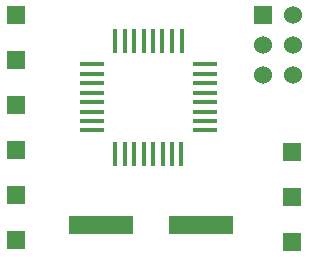
<source format=gts>
G04 (created by PCBNEW (2013-may-18)-stable) date Sun 03 May 2015 02:23:39 PM EDT*
%MOIN*%
G04 Gerber Fmt 3.4, Leading zero omitted, Abs format*
%FSLAX34Y34*%
G01*
G70*
G90*
G04 APERTURE LIST*
%ADD10C,0.00590551*%
%ADD11R,0.06X0.06*%
%ADD12C,0.06*%
%ADD13R,0.216535X0.0590551*%
%ADD14R,0.0177X0.0787*%
%ADD15R,0.0787X0.0177*%
G04 APERTURE END LIST*
G54D10*
G54D11*
X15248Y-6775D03*
G54D12*
X16248Y-6775D03*
X15248Y-7775D03*
X16248Y-7775D03*
X15248Y-8775D03*
X16248Y-8775D03*
G54D11*
X16220Y-14342D03*
X7035Y-6783D03*
X7035Y-8283D03*
X7035Y-9783D03*
X7035Y-11283D03*
X7035Y-12783D03*
X7035Y-14283D03*
X16220Y-11342D03*
X16220Y-12842D03*
G54D13*
X13188Y-13779D03*
X9842Y-13779D03*
G54D14*
X12539Y-11413D03*
X12224Y-11413D03*
X11909Y-11413D03*
X11594Y-11413D03*
X11279Y-11413D03*
X10964Y-11413D03*
X10649Y-11413D03*
X10334Y-11413D03*
X10336Y-7647D03*
X12546Y-7647D03*
X12226Y-7647D03*
X11906Y-7647D03*
X11596Y-7647D03*
X11276Y-7647D03*
X10966Y-7647D03*
X10646Y-7647D03*
G54D15*
X9546Y-10629D03*
X9546Y-10315D03*
X9546Y-9999D03*
X9546Y-9685D03*
X9546Y-9369D03*
X9546Y-9055D03*
X9546Y-8739D03*
X9546Y-8425D03*
X13326Y-10627D03*
X13326Y-10317D03*
X13326Y-9997D03*
X13326Y-9687D03*
X13326Y-9377D03*
X13326Y-9057D03*
X13326Y-8737D03*
X13326Y-8417D03*
M02*

</source>
